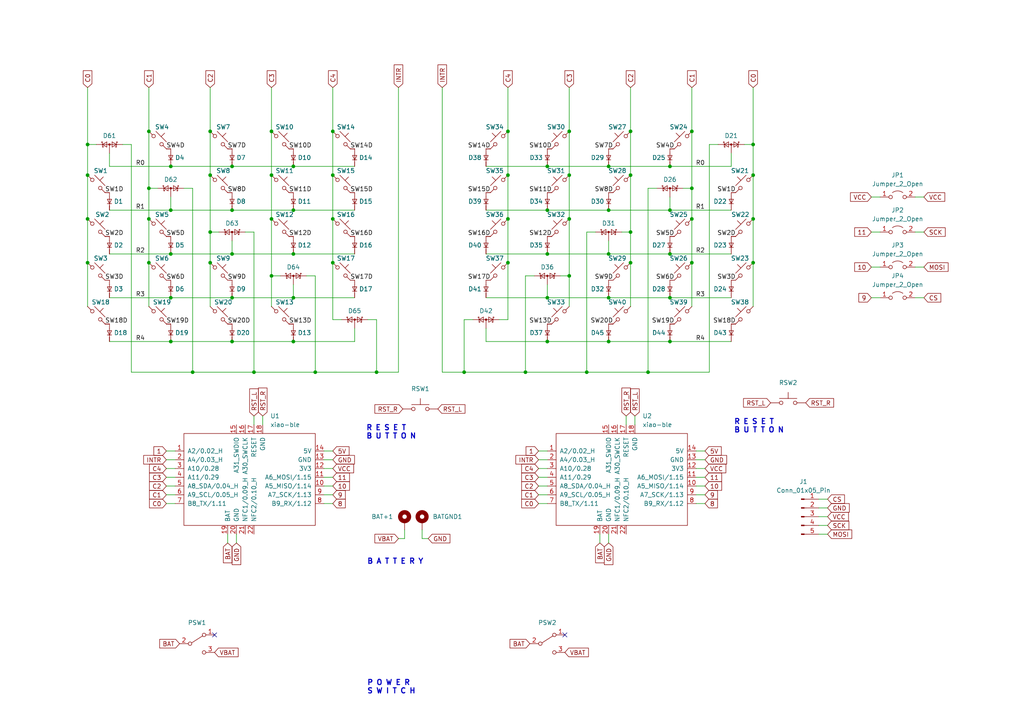
<source format=kicad_sch>
(kicad_sch (version 20230121) (generator eeschema)
  (paper "A4")
  (junction (at 200.66 54.61))
  (junction (at 85.09 86.36))
  (junction (at 182.88 50.8))
  (junction (at 25.4 41.91))
  (junction (at 187.96 107.95))
  (junction (at 134.62 107.95))
  (junction (at 152.4 107.95))
  (junction (at 158.75 60.96))
  (junction (at 165.1 50.8))
  (junction (at 60.96 50.8))
  (junction (at 85.09 60.96))
  (junction (at 25.4 63.5))
  (junction (at 182.88 38.1))
  (junction (at 194.31 48.26))
  (junction (at 43.18 54.61))
  (junction (at 43.18 76.2))
  (junction (at 60.96 76.2))
  (junction (at 43.18 63.5))
  (junction (at 158.75 99.06))
  (junction (at 96.52 76.2))
  (junction (at 200.66 38.1))
  (junction (at 73.66 107.95))
  (junction (at 194.31 60.96))
  (junction (at 67.31 48.26))
  (junction (at 194.31 73.66))
  (junction (at 96.52 63.5))
  (junction (at 147.32 63.5))
  (junction (at 78.74 80.01))
  (junction (at 165.1 38.1))
  (junction (at 158.75 48.26))
  (junction (at 147.32 38.1))
  (junction (at 85.09 99.06))
  (junction (at 218.44 76.2))
  (junction (at 176.53 48.26))
  (junction (at 43.18 38.1))
  (junction (at 218.44 41.91))
  (junction (at 200.66 76.2))
  (junction (at 109.22 107.95))
  (junction (at 158.75 73.66))
  (junction (at 176.53 73.66))
  (junction (at 49.53 73.66))
  (junction (at 49.53 60.96))
  (junction (at 147.32 50.8))
  (junction (at 85.09 73.66))
  (junction (at 55.88 107.95))
  (junction (at 176.53 86.36))
  (junction (at 49.53 86.36))
  (junction (at 165.1 80.01))
  (junction (at 182.88 67.31))
  (junction (at 78.74 63.5))
  (junction (at 60.96 67.31))
  (junction (at 67.31 73.66))
  (junction (at 194.31 99.06))
  (junction (at 85.09 48.26))
  (junction (at 176.53 60.96))
  (junction (at 49.53 48.26))
  (junction (at 194.31 86.36))
  (junction (at 67.31 86.36))
  (junction (at 96.52 38.1))
  (junction (at 67.31 99.06))
  (junction (at 91.44 107.95))
  (junction (at 218.44 63.5))
  (junction (at 67.31 60.96))
  (junction (at 60.96 38.1))
  (junction (at 170.18 107.95))
  (junction (at 165.1 63.5))
  (junction (at 49.53 99.06))
  (junction (at 158.75 86.36))
  (junction (at 182.88 76.2))
  (junction (at 78.74 50.8))
  (junction (at 147.32 76.2))
  (junction (at 25.4 50.8))
  (junction (at 218.44 50.8))
  (junction (at 78.74 38.1))
  (junction (at 200.66 63.5))
  (junction (at 25.4 76.2))
  (junction (at 176.53 99.06))
  (junction (at 96.52 50.8))
  (no_connect (at 62.23 184.15))
  (no_connect (at 163.83 184.15))
  (wire (pts (xy 204.47 143.51) (xy 201.93 143.51)))
  (wire (pts (xy 66.04 157.48) (xy 66.04 154.94)))
  (wire (pts (xy 48.26 146.05) (xy 50.8 146.05)))
  (wire (pts (xy 25.4 76.2) (xy 25.4 88.9)))
  (wire (pts (xy 204.47 130.81) (xy 201.93 130.81)))
  (wire (pts (xy 176.53 86.36) (xy 158.75 86.36)))
  (wire (pts (xy 156.21 138.43) (xy 158.75 138.43)))
  (wire (pts (xy 49.53 48.26) (xy 67.31 48.26)))
  (wire (pts (xy 96.52 38.1) (xy 96.52 50.8)))
  (wire (pts (xy 85.09 86.36) (xy 102.87 86.36)))
  (wire (pts (xy 73.66 107.95) (xy 91.44 107.95)))
  (wire (pts (xy 240.03 154.94) (xy 237.49 154.94)))
  (wire (pts (xy 60.96 76.2) (xy 60.96 88.9)))
  (wire (pts (xy 60.96 50.8) (xy 60.96 67.31)))
  (wire (pts (xy 67.31 48.26) (xy 85.09 48.26)))
  (wire (pts (xy 43.18 54.61) (xy 45.72 54.61)))
  (wire (pts (xy 55.88 107.95) (xy 73.66 107.95)))
  (wire (pts (xy 194.31 57.15) (xy 194.31 60.96)))
  (wire (pts (xy 128.27 107.95) (xy 134.62 107.95)))
  (wire (pts (xy 96.52 138.43) (xy 93.98 138.43)))
  (wire (pts (xy 25.4 25.4) (xy 25.4 41.91)))
  (wire (pts (xy 200.66 54.61) (xy 200.66 63.5)))
  (wire (pts (xy 96.52 135.89) (xy 93.98 135.89)))
  (wire (pts (xy 31.75 48.26) (xy 49.53 48.26)))
  (wire (pts (xy 184.15 120.65) (xy 184.15 123.19)))
  (wire (pts (xy 182.88 38.1) (xy 182.88 50.8)))
  (wire (pts (xy 31.75 99.06) (xy 49.53 99.06)))
  (wire (pts (xy 109.22 107.95) (xy 115.57 107.95)))
  (wire (pts (xy 147.32 25.4) (xy 147.32 38.1)))
  (wire (pts (xy 134.62 92.71) (xy 137.16 92.71)))
  (wire (pts (xy 187.96 54.61) (xy 190.5 54.61)))
  (wire (pts (xy 204.47 138.43) (xy 201.93 138.43)))
  (wire (pts (xy 78.74 80.01) (xy 78.74 88.9)))
  (wire (pts (xy 43.18 38.1) (xy 43.18 54.61)))
  (wire (pts (xy 147.32 38.1) (xy 147.32 50.8)))
  (wire (pts (xy 25.4 63.5) (xy 25.4 76.2)))
  (wire (pts (xy 48.26 133.35) (xy 50.8 133.35)))
  (wire (pts (xy 218.44 41.91) (xy 218.44 50.8)))
  (wire (pts (xy 60.96 67.31) (xy 63.5 67.31)))
  (wire (pts (xy 68.58 157.48) (xy 68.58 154.94)))
  (wire (pts (xy 170.18 67.31) (xy 170.18 107.95)))
  (wire (pts (xy 152.4 80.01) (xy 154.94 80.01)))
  (wire (pts (xy 252.73 77.47) (xy 255.27 77.47)))
  (wire (pts (xy 49.53 57.15) (xy 49.53 60.96)))
  (wire (pts (xy 152.4 80.01) (xy 152.4 107.95)))
  (wire (pts (xy 194.31 48.26) (xy 212.09 48.26)))
  (wire (pts (xy 85.09 82.55) (xy 85.09 86.36)))
  (wire (pts (xy 176.53 73.66) (xy 158.75 73.66)))
  (wire (pts (xy 152.4 107.95) (xy 170.18 107.95)))
  (wire (pts (xy 48.26 140.97) (xy 50.8 140.97)))
  (wire (pts (xy 194.31 73.66) (xy 176.53 73.66)))
  (wire (pts (xy 170.18 67.31) (xy 172.72 67.31)))
  (wire (pts (xy 96.52 63.5) (xy 96.52 76.2)))
  (wire (pts (xy 200.66 25.4) (xy 200.66 38.1)))
  (wire (pts (xy 76.2 120.65) (xy 76.2 123.19)))
  (wire (pts (xy 48.26 135.89) (xy 50.8 135.89)))
  (wire (pts (xy 156.21 140.97) (xy 158.75 140.97)))
  (wire (pts (xy 96.52 76.2) (xy 96.52 92.71)))
  (wire (pts (xy 48.26 130.81) (xy 50.8 130.81)))
  (wire (pts (xy 165.1 38.1) (xy 165.1 50.8)))
  (wire (pts (xy 158.75 82.55) (xy 158.75 86.36)))
  (wire (pts (xy 67.31 69.85) (xy 67.31 73.66)))
  (wire (pts (xy 78.74 38.1) (xy 78.74 50.8)))
  (wire (pts (xy 96.52 143.51) (xy 93.98 143.51)))
  (wire (pts (xy 140.97 95.25) (xy 140.97 99.06)))
  (wire (pts (xy 48.26 138.43) (xy 50.8 138.43)))
  (wire (pts (xy 43.18 54.61) (xy 43.18 63.5)))
  (wire (pts (xy 91.44 80.01) (xy 91.44 107.95)))
  (wire (pts (xy 78.74 50.8) (xy 78.74 63.5)))
  (wire (pts (xy 252.73 57.15) (xy 255.27 57.15)))
  (wire (pts (xy 200.66 38.1) (xy 200.66 54.61)))
  (wire (pts (xy 218.44 41.91) (xy 215.9 41.91)))
  (wire (pts (xy 67.31 86.36) (xy 85.09 86.36)))
  (wire (pts (xy 134.62 107.95) (xy 152.4 107.95)))
  (wire (pts (xy 170.18 107.95) (xy 187.96 107.95)))
  (wire (pts (xy 85.09 60.96) (xy 102.87 60.96)))
  (wire (pts (xy 49.53 99.06) (xy 67.31 99.06)))
  (wire (pts (xy 165.1 25.4) (xy 165.1 38.1)))
  (wire (pts (xy 165.1 50.8) (xy 165.1 63.5)))
  (wire (pts (xy 194.31 73.66) (xy 212.09 73.66)))
  (wire (pts (xy 128.27 25.4) (xy 128.27 107.95)))
  (wire (pts (xy 85.09 99.06) (xy 102.87 99.06)))
  (wire (pts (xy 200.66 54.61) (xy 198.12 54.61)))
  (wire (pts (xy 38.1 107.95) (xy 55.88 107.95)))
  (wire (pts (xy 96.52 130.81) (xy 93.98 130.81)))
  (wire (pts (xy 176.53 60.96) (xy 158.75 60.96)))
  (wire (pts (xy 165.1 80.01) (xy 165.1 88.9)))
  (wire (pts (xy 38.1 41.91) (xy 35.56 41.91)))
  (wire (pts (xy 96.52 140.97) (xy 93.98 140.97)))
  (wire (pts (xy 49.53 86.36) (xy 67.31 86.36)))
  (wire (pts (xy 147.32 92.71) (xy 144.78 92.71)))
  (wire (pts (xy 73.66 120.65) (xy 73.66 123.19)))
  (wire (pts (xy 140.97 48.26) (xy 158.75 48.26)))
  (wire (pts (xy 181.61 120.65) (xy 181.61 123.19)))
  (wire (pts (xy 55.88 54.61) (xy 55.88 107.95)))
  (wire (pts (xy 240.03 149.86) (xy 237.49 149.86)))
  (wire (pts (xy 96.52 50.8) (xy 96.52 63.5)))
  (wire (pts (xy 156.21 143.51) (xy 158.75 143.51)))
  (wire (pts (xy 187.96 107.95) (xy 205.74 107.95)))
  (wire (pts (xy 205.74 41.91) (xy 208.28 41.91)))
  (wire (pts (xy 49.53 73.66) (xy 67.31 73.66)))
  (wire (pts (xy 158.75 99.06) (xy 176.53 99.06)))
  (wire (pts (xy 176.53 99.06) (xy 194.31 99.06)))
  (wire (pts (xy 147.32 50.8) (xy 147.32 63.5)))
  (wire (pts (xy 156.21 133.35) (xy 158.75 133.35)))
  (wire (pts (xy 73.66 67.31) (xy 71.12 67.31)))
  (wire (pts (xy 265.43 77.47) (xy 267.97 77.47)))
  (wire (pts (xy 134.62 92.71) (xy 134.62 107.95)))
  (wire (pts (xy 218.44 76.2) (xy 218.44 88.9)))
  (wire (pts (xy 43.18 63.5) (xy 43.18 76.2)))
  (wire (pts (xy 117.348 156.21) (xy 117.348 153.67)))
  (wire (pts (xy 265.43 67.31) (xy 267.97 67.31)))
  (wire (pts (xy 204.47 133.35) (xy 201.93 133.35)))
  (wire (pts (xy 78.74 80.01) (xy 81.28 80.01)))
  (wire (pts (xy 156.21 146.05) (xy 158.75 146.05)))
  (wire (pts (xy 204.47 140.97) (xy 201.93 140.97)))
  (wire (pts (xy 91.44 80.01) (xy 88.9 80.01)))
  (wire (pts (xy 140.97 99.06) (xy 158.75 99.06)))
  (wire (pts (xy 96.52 25.4) (xy 96.52 38.1)))
  (wire (pts (xy 96.52 92.71) (xy 99.06 92.71)))
  (wire (pts (xy 25.4 41.91) (xy 25.4 50.8)))
  (wire (pts (xy 67.31 60.96) (xy 85.09 60.96)))
  (wire (pts (xy 252.73 67.31) (xy 255.27 67.31)))
  (wire (pts (xy 48.26 143.51) (xy 50.8 143.51)))
  (wire (pts (xy 78.74 63.5) (xy 78.74 80.01)))
  (wire (pts (xy 102.87 95.25) (xy 102.87 99.06)))
  (wire (pts (xy 194.31 86.36) (xy 212.09 86.36)))
  (wire (pts (xy 85.09 73.66) (xy 102.87 73.66)))
  (wire (pts (xy 267.97 86.36) (xy 265.43 86.36)))
  (wire (pts (xy 156.21 130.81) (xy 158.75 130.81)))
  (wire (pts (xy 158.75 86.36) (xy 140.97 86.36)))
  (wire (pts (xy 165.1 63.5) (xy 165.1 80.01)))
  (wire (pts (xy 194.31 60.96) (xy 212.09 60.96)))
  (wire (pts (xy 96.52 146.05) (xy 93.98 146.05)))
  (wire (pts (xy 205.74 41.91) (xy 205.74 107.95)))
  (wire (pts (xy 115.57 25.4) (xy 115.57 107.95)))
  (wire (pts (xy 122.428 153.67) (xy 122.428 156.21)))
  (wire (pts (xy 173.99 157.48) (xy 173.99 154.94)))
  (wire (pts (xy 194.31 86.36) (xy 176.53 86.36)))
  (wire (pts (xy 25.4 50.8) (xy 25.4 63.5)))
  (wire (pts (xy 109.22 92.71) (xy 109.22 107.95)))
  (wire (pts (xy 240.03 147.32) (xy 237.49 147.32)))
  (wire (pts (xy 182.88 67.31) (xy 180.34 67.31)))
  (wire (pts (xy 43.18 76.2) (xy 43.18 88.9)))
  (wire (pts (xy 67.31 73.66) (xy 85.09 73.66)))
  (wire (pts (xy 31.75 73.66) (xy 49.53 73.66)))
  (wire (pts (xy 122.428 156.21) (xy 124.206 156.21)))
  (wire (pts (xy 204.47 146.05) (xy 201.93 146.05)))
  (wire (pts (xy 240.03 144.78) (xy 237.49 144.78)))
  (wire (pts (xy 25.4 41.91) (xy 27.94 41.91)))
  (wire (pts (xy 38.1 41.91) (xy 38.1 107.95)))
  (wire (pts (xy 218.44 50.8) (xy 218.44 63.5)))
  (wire (pts (xy 147.32 76.2) (xy 147.32 92.71)))
  (wire (pts (xy 85.09 48.26) (xy 102.87 48.26)))
  (wire (pts (xy 73.66 67.31) (xy 73.66 107.95)))
  (wire (pts (xy 267.97 57.15) (xy 265.43 57.15)))
  (wire (pts (xy 31.75 86.36) (xy 49.53 86.36)))
  (wire (pts (xy 31.75 44.45) (xy 31.75 48.26)))
  (wire (pts (xy 147.32 63.5) (xy 147.32 76.2)))
  (wire (pts (xy 78.74 25.4) (xy 78.74 38.1)))
  (wire (pts (xy 55.88 54.61) (xy 53.34 54.61)))
  (wire (pts (xy 182.88 50.8) (xy 182.88 67.31)))
  (wire (pts (xy 60.96 67.31) (xy 60.96 76.2)))
  (wire (pts (xy 194.31 99.06) (xy 212.09 99.06)))
  (wire (pts (xy 240.03 152.4) (xy 237.49 152.4)))
  (wire (pts (xy 158.75 73.66) (xy 140.97 73.66)))
  (wire (pts (xy 194.31 60.96) (xy 176.53 60.96)))
  (wire (pts (xy 252.73 86.36) (xy 255.27 86.36)))
  (wire (pts (xy 96.52 133.35) (xy 93.98 133.35)))
  (wire (pts (xy 182.88 67.31) (xy 182.88 76.2)))
  (wire (pts (xy 49.53 60.96) (xy 67.31 60.96)))
  (wire (pts (xy 31.75 60.96) (xy 49.53 60.96)))
  (wire (pts (xy 182.88 25.4) (xy 182.88 38.1)))
  (wire (pts (xy 200.66 76.2) (xy 200.66 88.9)))
  (wire (pts (xy 176.53 48.26) (xy 194.31 48.26)))
  (wire (pts (xy 109.22 92.71) (xy 106.68 92.71)))
  (wire (pts (xy 182.88 76.2) (xy 182.88 88.9)))
  (wire (pts (xy 187.96 54.61) (xy 187.96 107.95)))
  (wire (pts (xy 158.75 60.96) (xy 140.97 60.96)))
  (wire (pts (xy 43.18 25.4) (xy 43.18 38.1)))
  (wire (pts (xy 218.44 25.4) (xy 218.44 41.91)))
  (wire (pts (xy 115.57 156.21) (xy 117.348 156.21)))
  (wire (pts (xy 67.31 99.06) (xy 85.09 99.06)))
  (wire (pts (xy 218.44 63.5) (xy 218.44 76.2)))
  (wire (pts (xy 91.44 107.95) (xy 109.22 107.95)))
  (wire (pts (xy 60.96 25.4) (xy 60.96 38.1)))
  (wire (pts (xy 156.21 135.89) (xy 158.75 135.89)))
  (wire (pts (xy 165.1 80.01) (xy 162.56 80.01)))
  (wire (pts (xy 158.75 48.26) (xy 176.53 48.26)))
  (wire (pts (xy 200.66 63.5) (xy 200.66 76.2)))
  (wire (pts (xy 176.53 157.48) (xy 176.53 154.94)))
  (wire (pts (xy 176.53 69.85) (xy 176.53 73.66)))
  (wire (pts (xy 212.09 44.45) (xy 212.09 48.26)))
  (wire (pts (xy 60.96 38.1) (xy 60.96 50.8)))
  (wire (pts (xy 204.47 135.89) (xy 201.93 135.89)))
  (text "P O W E R\nS W I T C H" (at 106.426 201.422 0) (effects (font (size 1.5 1.5) (thickness 0.3) bold) (justify left bottom)))
  (text "B A T T E R Y" (at 106.426 163.83 0) (effects (font (size 1.5 1.5) (thickness 0.3) bold) (justify left bottom)))
  (text "R E S E T \nB U T T O N" (at 106.172 127.508 0) (effects (font (size 1.5 1.5) (thickness 0.3) bold) (justify left bottom)))
  (text "R E S E T \nB U T T O N" (at 212.852 125.73 0) (effects (font (size 1.5 1.5) (thickness 0.3) bold) (justify left bottom)))
  (label "SW11D" (at 83.82 55.88 0))
  (label "SW3D" (at 30.48 81.28 0))
  (label "R2" (at 39.37 73.66 0))
  (label "SW20D" (at 177.8 93.98 180))
  (label "SW13D" (at 160.02 93.98 180))
  (label "SW4D" (at 195.58 43.18 180))
  (label "SW7D" (at 177.8 43.18 180))
  (label "SW12D" (at 160.02 68.58 180))
  (label "SW19D" (at 48.26 93.98 0))
  (label "SW1D" (at 213.36 55.88 180))
  (label "R1" (at 39.37 60.96 0))
  (label "SW10D" (at 83.82 43.18 0))
  (label "SW18D" (at 213.36 93.98 180))
  (label "SW14D" (at 142.24 43.18 180))
  (label "SW7D" (at 66.04 43.18 0))
  (label "SW9D" (at 177.8 81.28 180))
  (label "SW18D" (at 30.48 93.98 0))
  (label "SW4D" (at 48.26 43.18 0))
  (label "SW3D" (at 213.36 81.28 180))
  (label "SW17D" (at 101.6 81.28 0))
  (label "SW2D" (at 213.36 68.58 180))
  (label "R0" (at 204.47 48.26 180))
  (label "SW11D" (at 160.02 55.88 180))
  (label "SW19D" (at 195.58 93.98 180))
  (label "SW20D" (at 66.04 93.98 0))
  (label "SW15D" (at 142.24 55.88 180))
  (label "R1" (at 204.47 60.96 180))
  (label "R4" (at 204.47 99.06 180))
  (label "SW12D" (at 83.82 68.58 0))
  (label "SW6D" (at 48.26 81.28 0))
  (label "SW16D" (at 142.24 68.58 180))
  (label "SW5D" (at 195.58 68.58 180))
  (label "R3" (at 204.47 86.36 180))
  (label "SW8D" (at 177.8 55.88 180))
  (label "SW13D" (at 83.82 93.98 0))
  (label "R2" (at 204.47 73.66 180))
  (label "SW8D" (at 66.04 55.88 0))
  (label "R4" (at 39.37 99.06 0))
  (label "SW15D" (at 101.6 55.88 0))
  (label "SW5D" (at 48.26 68.58 0))
  (label "R0" (at 39.37 48.26 0))
  (label "SW1D" (at 30.48 55.88 0))
  (label "SW17D" (at 142.24 81.28 180))
  (label "SW9D" (at 66.04 81.28 0))
  (label "SW2D" (at 30.48 68.58 0))
  (label "SW14D" (at 101.6 43.18 0))
  (label "SW6D" (at 195.58 81.28 180))
  (label "R3" (at 39.37 86.36 0))
  (label "SW10D" (at 160.02 43.18 180))
  (label "SW16D" (at 101.6 68.58 0))
  (global_label "9" (shape input) (at 204.47 143.51 0) (property "Intersheetrefs" "${INTERSHEET_REFS}" (effects hide)))
  (global_label "VBAT" (shape input) (at 62.23 189.23 0) (property "Intersheetrefs" "${INTERSHEET_REFS}" (effects hide)))
  (global_label "GND" (shape input) (at 176.53 157.48 270) (property "Intersheetrefs" "${INTERSHEET_REFS}" (effects hide)))
  (global_label "INTR" (shape input) (at 115.57 25.4 90) (property "Intersheetrefs" "${INTERSHEET_REFS}" (effects hide)))
  (global_label "1" (shape input) (at 156.21 130.81 180) (property "Intersheetrefs" "${INTERSHEET_REFS}" (effects hide)))
  (global_label "BAT" (shape input) (at 52.07 186.69 180) (property "Intersheetrefs" "${INTERSHEET_REFS}" (effects hide)))
  (global_label "GND" (shape input) (at 240.03 147.32 0) (property "Intersheetrefs" "${INTERSHEET_REFS}" (effects hide)))
  (global_label "GND" (shape input) (at 204.47 133.35 0) (property "Intersheetrefs" "${INTERSHEET_REFS}" (effects hide)))
  (global_label "RST_L" (shape input) (at 223.52 116.84 180) (property "Intersheetrefs" "${INTERSHEET_REFS}" (effects hide)))
  (global_label "BAT" (shape input) (at 173.99 157.48 270) (property "Intersheetrefs" "${INTERSHEET_REFS}" (effects hide)))
  (global_label "GND" (shape input) (at 124.206 156.21 0) (property "Intersheetrefs" "${INTERSHEET_REFS}" (effects hide)))
  (global_label "BAT" (shape input) (at 153.67 186.69 180) (property "Intersheetrefs" "${INTERSHEET_REFS}" (effects hide)))
  (global_label "C4" (shape input) (at 147.32 25.4 90) (property "Intersheetrefs" "${INTERSHEET_REFS}" (effects hide)))
  (global_label "RST_L" (shape input) (at 73.66 120.65 90) (property "Intersheetrefs" "${INTERSHEET_REFS}" (effects hide)))
  (global_label "5V" (shape input) (at 96.52 130.81 0) (property "Intersheetrefs" "${INTERSHEET_REFS}" (effects hide)))
  (global_label "11" (shape input) (at 96.52 138.43 0) (property "Intersheetrefs" "${INTERSHEET_REFS}" (effects hide)))
  (global_label "CS" (shape input) (at 267.97 86.36 0) (property "Intersheetrefs" "${INTERSHEET_REFS}" (effects hide)))
  (global_label "CS" (shape input) (at 240.03 144.78 0) (property "Intersheetrefs" "${INTERSHEET_REFS}" (effects hide)))
  (global_label "VCC" (shape input) (at 96.52 135.89 0) (property "Intersheetrefs" "${INTERSHEET_REFS}" (effects hide)))
  (global_label "C2" (shape input) (at 48.26 140.97 180) (property "Intersheetrefs" "${INTERSHEET_REFS}" (effects hide)))
  (global_label "8" (shape input) (at 96.52 146.05 0) (property "Intersheetrefs" "${INTERSHEET_REFS}" (effects hide)))
  (global_label "C0" (shape input) (at 48.26 146.05 180) (property "Intersheetrefs" "${INTERSHEET_REFS}" (effects hide)))
  (global_label "RST_R" (shape input) (at 116.84 118.618 180) (property "Intersheetrefs" "${INTERSHEET_REFS}" (effects hide)))
  (global_label "10" (shape input) (at 204.47 140.97 0) (property "Intersheetrefs" "${INTERSHEET_REFS}" (effects hide)))
  (global_label "INTR" (shape input) (at 128.27 25.4 90) (property "Intersheetrefs" "${INTERSHEET_REFS}" (effects hide)))
  (global_label "1" (shape input) (at 48.26 130.81 180) (property "Intersheetrefs" "${INTERSHEET_REFS}" (effects hide)))
  (global_label "C3" (shape input) (at 156.21 138.43 180) (property "Intersheetrefs" "${INTERSHEET_REFS}" (effects hide)))
  (global_label "VBAT" (shape input) (at 115.57 156.21 180) (property "Intersheetrefs" "${INTERSHEET_REFS}" (effects hide)))
  (global_label "C3" (shape input) (at 78.74 25.4 90) (property "Intersheetrefs" "${INTERSHEET_REFS}" (effects hide)))
  (global_label "VCC" (shape input) (at 252.73 57.15 180) (property "Intersheetrefs" "${INTERSHEET_REFS}" (effects hide)))
  (global_label "GND" (shape input) (at 96.52 133.35 0) (property "Intersheetrefs" "${INTERSHEET_REFS}" (effects hide)))
  (global_label "C0" (shape input) (at 25.4 25.4 90) (property "Intersheetrefs" "${INTERSHEET_REFS}" (effects hide)))
  (global_label "RST_R" (shape input) (at 76.2 120.65 90) (property "Intersheetrefs" "${INTERSHEET_REFS}" (effects hide)))
  (global_label "RST_R" (shape input) (at 181.61 120.65 90) (property "Intersheetrefs" "${INTERSHEET_REFS}" (effects hide)))
  (global_label "INTR" (shape input) (at 48.26 133.35 180) (property "Intersheetrefs" "${INTERSHEET_REFS}" (effects hide)))
  (global_label "VBAT" (shape input) (at 163.83 189.23 0) (property "Intersheetrefs" "${INTERSHEET_REFS}" (effects hide)))
  (global_label "BAT" (shape input) (at 66.04 157.48 270) (property "Intersheetrefs" "${INTERSHEET_REFS}" (effects hide)))
  (global_label "C0" (shape input) (at 218.44 25.4 90) (property "Intersheetrefs" "${INTERSHEET_REFS}" (effects hide)))
  (global_label "VCC" (shape input) (at 267.97 57.15 0) (property "Intersheetrefs" "${INTERSHEET_REFS}" (effects hide)))
  (global_label "C3" (shape input) (at 165.1 25.4 90) (property "Intersheetrefs" "${INTERSHEET_REFS}" (effects hide)))
  (global_label "C4" (shape input) (at 96.52 25.4 90) (property "Intersheetrefs" "${INTERSHEET_REFS}" (effects hide)))
  (global_label "C0" (shape input) (at 156.21 146.05 180) (property "Intersheetrefs" "${INTERSHEET_REFS}" (effects hide)))
  (global_label "SCK" (shape input) (at 240.03 152.4 0) (property "Intersheetrefs" "${INTERSHEET_REFS}" (effects hide)))
  (global_label "C4" (shape input) (at 48.26 135.89 180) (property "Intersheetrefs" "${INTERSHEET_REFS}" (effects hide)))
  (global_label "VCC" (shape input) (at 204.47 135.89 0) (property "Intersheetrefs" "${INTERSHEET_REFS}" (effects hide)))
  (global_label "11" (shape input) (at 204.47 138.43 0) (property "Intersheetrefs" "${INTERSHEET_REFS}" (effects hide)))
  (global_label "C2" (shape input) (at 182.88 25.4 90) (property "Intersheetrefs" "${INTERSHEET_REFS}" (effects hide)))
  (global_label "9" (shape input) (at 96.52 143.51 0) (property "Intersheetrefs" "${INTERSHEET_REFS}" (effects hide)))
  (global_label "RST_R" (shape input) (at 233.68 116.84 0) (property "Intersheetrefs" "${INTERSHEET_REFS}" (effects hide)))
  (global_label "C1" (shape input) (at 200.66 25.4 90) (property "Intersheetrefs" "${INTERSHEET_REFS}" (effects hide)))
  (global_label "8" (shape input) (at 204.47 146.05 0) (property "Intersheetrefs" "${INTERSHEET_REFS}" (effects hide)))
  (global_label "C1" (shape input) (at 156.21 143.51 180) (property "Intersheetrefs" "${INTERSHEET_REFS}" (effects hide)))
  (global_label "C3" (shape input) (at 48.26 138.43 180) (property "Intersheetrefs" "${INTERSHEET_REFS}" (effects hide)))
  (global_label "C2" (shape input) (at 60.96 25.4 90) (property "Intersheetrefs" "${INTERSHEET_REFS}" (effects hide)))
  (global_label "RST_L" (shape input) (at 184.15 120.65 90) (property "Intersheetrefs" "${INTERSHEET_REFS}" (effects hide)))
  (global_label "C1" (shape input) (at 43.18 25.4 90) (property "Intersheetrefs" "${INTERSHEET_REFS}" (effects hide)))
  (global_label "SCK" (shape input) (at 267.97 67.31 0) (property "Intersheetrefs" "${INTERSHEET_REFS}" (effects hide)))
  (global_label "GND" (shape input) (at 68.58 157.48 270) (property "Intersheetrefs" "${INTERSHEET_REFS}" (effects hide)))
  (global_label "VCC" (shape input) (at 240.03 149.86 0) (property "Intersheetrefs" "${INTERSHEET_REFS}" (effects hide)))
  (global_label "10" (shape input) (at 96.52 140.97 0) (property "Intersheetrefs" "${INTERSHEET_REFS}" (effects hide)))
  (global_label "MOSI" (shape input) (at 267.97 77.47 0) (property "Intersheetrefs" "${INTERSHEET_REFS}" (effects hide)))
  (global_label "11" (shape input) (at 252.73 67.31 180) (property "Intersheetrefs" "${INTERSHEET_REFS}" (effects hide)))
  (global_label "INTR" (shape input) (at 156.21 133.35 180) (property "Intersheetrefs" "${INTERSHEET_REFS}" (effects hide)))
  (global_label "5V" (shape input) (at 204.47 130.81 0) (property "Intersheetrefs" "${INTERSHEET_REFS}" (effects hide)))
  (global_label "RST_L" (shape input) (at 127 118.618 0) (property "Intersheetrefs" "${INTERSHEET_REFS}" (effects hide)))
  (global_label "MOSI" (shape input) (at 240.03 154.94 0) (property "Intersheetrefs" "${INTERSHEET_REFS}" (effects hide)))
  (global_label "10" (shape input) (at 252.73 77.47 180) (property "Intersheetrefs" "${INTERSHEET_REFS}" (effects hide)))
  (global_label "9" (shape input) (at 252.73 86.36 180) (property "Intersheetrefs" "${INTERSHEET_REFS}" (effects hide)))
  (global_label "C2" (shape input) (at 156.21 140.97 180) (property "Intersheetrefs" "${INTERSHEET_REFS}" (effects hide)))
  (global_label "C4" (shape input) (at 156.21 135.89 180) (property "Intersheetrefs" "${INTERSHEET_REFS}" (effects hide)))
  (global_label "C1" (shape input) (at 48.26 143.51 180) (property "Intersheetrefs" "${INTERSHEET_REFS}" (effects hide)))
  (symbol (lib_id "Custom_Symbols:1N4148W") (at 158.75 71.12 270) (mirror x) (unit 1)
    (property "Reference" "D35" (at 157.48 71.12 90) (effects (justify right)))
    (property "Value" "1N4148W" (effects hide))
    (property "Footprint" "Diode_SMD:D_SOD-123" (effects hide))
    (property "Datasheet" "https://www.vishay.com/docs/85748/1n4148w.pdf" (effects hide))
    (property "Sim.Pins" "1=K 2=A" (effects hide))
    (property "Sim.Device" "D" (effects hide))
  )
  (symbol (lib_id "Switch:SW_Push_45deg") (at 45.72 40.64 0) (unit 1)
    (property "Reference" "SW4" (at 46.99 36.83 0))
    (property "Value" "SW_Push_45deg" (effects hide))
    (property "Footprint" "Custom_Footprints:SW_Hotswap_Kailh_Choc_V1V2" (effects hide))
  )
  (symbol (lib_id "Custom_Symbols:1N4148W") (at 140.97 71.12 270) (mirror x) (unit 1)
    (property "Reference" "D40" (at 139.7 71.12 90) (effects (justify right)))
    (property "Value" "1N4148W" (effects hide))
    (property "Footprint" "Diode_SMD:D_SOD-123" (effects hide))
    (property "Datasheet" "https://www.vishay.com/docs/85748/1n4148w.pdf" (effects hide))
    (property "Sim.Pins" "1=K 2=A" (effects hide))
    (property "Sim.Device" "D" (effects hide))
  )
  (symbol (lib_id "Custom_Symbols:1N4148W") (at 67.31 58.42 90) (unit 1)
    (property "Reference" "D8" (at 68.58 58.42 90) (effects (justify right)))
    (property "Value" "1N4148W" (effects hide))
    (property "Footprint" "Diode_SMD:D_SOD-123" (effects hide))
    (property "Datasheet" "https://www.vishay.com/docs/85748/1n4148w.pdf" (effects hide))
    (property "Sim.Pins" "1=K 2=A" (effects hide))
    (property "Sim.Device" "D" (effects hide))
  )
  (symbol (lib_id "Custom_Symbols:1N4148W") (at 212.09 96.52 270) (mirror x) (unit 1)
    (property "Reference" "D43" (at 210.82 96.52 90) (effects (justify right)))
    (property "Value" "1N4148W" (effects hide))
    (property "Footprint" "Diode_SMD:D_SOD-123" (effects hide))
    (property "Datasheet" "https://www.vishay.com/docs/85748/1n4148w.pdf" (effects hide))
    (property "Sim.Pins" "1=K 2=A" (effects hide))
    (property "Sim.Device" "D" (effects hide))
  )
  (symbol (lib_id "Switch:SW_Push_45deg") (at 99.06 78.74 0) (unit 1)
    (property "Reference" "SW17" (at 100.33 74.93 0))
    (property "Value" "SW_Push_45deg" (effects hide))
    (property "Footprint" "Custom_Footprints:SW_Hotswap_Kailh_Choc_V1V2" (effects hide))
  )
  (symbol (lib_id "Custom_Symbols:1N4148W") (at 140.97 45.72 270) (mirror x) (unit 1)
    (property "Reference" "D38" (at 139.7 45.72 90) (effects (justify right)))
    (property "Value" "1N4148W" (effects hide))
    (property "Footprint" "Diode_SMD:D_SOD-123" (effects hide))
    (property "Datasheet" "https://www.vishay.com/docs/85748/1n4148w.pdf" (effects hide))
    (property "Sim.Pins" "1=K 2=A" (effects hide))
    (property "Sim.Device" "D" (effects hide))
  )
  (symbol (lib_id "Switch:SW_Push_45deg") (at 27.94 53.34 0) (unit 1)
    (property "Reference" "SW1" (at 29.21 49.53 0))
    (property "Value" "SW_Push_45deg" (effects hide))
    (property "Footprint" "Custom_Footprints:SW_Hotswap_Kailh_Choc_V1V2" (effects hide))
  )
  (symbol (lib_id "Custom_Symbols:1N4148W") (at 212.09 71.12 270) (mirror x) (unit 1)
    (property "Reference" "D23" (at 210.82 71.12 90) (effects (justify right)))
    (property "Value" "1N4148W" (effects hide))
    (property "Footprint" "Diode_SMD:D_SOD-123" (effects hide))
    (property "Datasheet" "https://www.vishay.com/docs/85748/1n4148w.pdf" (effects hide))
    (property "Sim.Pins" "1=K 2=A" (effects hide))
    (property "Sim.Device" "D" (effects hide))
  )
  (symbol (lib_id "Switch:SW_Push_45deg") (at 63.5 91.44 0) (unit 1)
    (property "Reference" "SW20" (at 64.77 87.63 0))
    (property "Value" "SW_Push_45deg" (effects hide))
    (property "Footprint" "Custom_Footprints:SW_Hotswap_Kailh_Choc_V1V2" (effects hide))
  )
  (symbol (lib_id "Switch:SW_Push_45deg") (at 198.12 78.74 0) (mirror y) (unit 1)
    (property "Reference" "SW26" (at 196.85 74.93 0))
    (property "Value" "SW_Push_45deg" (effects hide))
    (property "Footprint" "Custom_Footprints:SW_Hotswap_Kailh_Choc_V1V2" (effects hide))
  )
  (symbol (lib_id "Switch:SW_Push_45deg") (at 215.9 66.04 0) (mirror y) (unit 1)
    (property "Reference" "SW22" (at 212.09 62.23 0) (effects (justify right)))
    (property "Footprint" "Custom_Footprints:SW_Hotswap_Kailh_Choc_V1V2" (effects hide))
  )
  (symbol (lib_id "mcu:xiao-ble") (at 72.39 138.43 0) (unit 1)
    (property "Reference" "U1" (at 78.3941 120.65 0) (effects (justify left)))
    (property "Value" "xiao-ble" (at 78.3941 123.19 0) (effects (justify left)))
    (property "Footprint" "mcu:xiao-ble-smd-cutout" (effects hide))
  )
  (symbol (lib_id "Custom_Symbols:1N4148W") (at 194.31 71.12 270) (mirror x) (unit 1)
    (property "Reference" "D27" (at 193.04 71.12 90) (effects (justify right)))
    (property "Value" "1N4148W" (effects hide))
    (property "Footprint" "Diode_SMD:D_SOD-123" (effects hide))
    (property "Datasheet" "https://www.vishay.com/docs/85748/1n4148w.pdf" (effects hide))
    (property "Sim.Pins" "1=K 2=A" (effects hide))
    (property "Sim.Device" "D" (effects hide))
  )
  (symbol (lib_id "Switch:SW_Push_45deg") (at 99.06 66.04 0) (unit 1)
    (property "Reference" "SW16" (at 100.33 62.23 0))
    (property "Value" "SW_Push_45deg" (effects hide))
    (property "Footprint" "Custom_Footprints:SW_Hotswap_Kailh_Choc_V1V2" (effects hide))
  )
  (symbol (lib_id "Custom_Symbols:1N4148W") (at 212.09 58.42 270) (mirror x) (unit 1)
    (property "Reference" "D22" (at 210.82 58.42 90) (effects (justify right)))
    (property "Value" "1N4148W" (effects hide))
    (property "Footprint" "Diode_SMD:D_SOD-123" (effects hide))
    (property "Datasheet" "https://www.vishay.com/docs/85748/1n4148w.pdf" (effects hide))
    (property "Sim.Pins" "1=K 2=A" (effects hide))
    (property "Sim.Device" "D" (effects hide))
  )
  (symbol (lib_id "Connector:Conn_01x05_Pin") (at 232.41 149.86 0) (unit 1)
    (property "Reference" "J1" (at 233.045 139.7 0))
    (property "Value" "Conn_01x05_Pin" (at 233.045 142.24 0))
    (property "Footprint" "Custom_Footprints:nice!view" (effects hide))
  )
  (symbol (lib_id "Custom_Symbols:1N4148W") (at 176.53 96.52 270) (mirror x) (unit 1)
    (property "Reference" "D45" (at 175.26 96.52 90) (effects (justify right)))
    (property "Value" "1N4148W" (effects hide))
    (property "Footprint" "Diode_SMD:D_SOD-123" (effects hide))
    (property "Datasheet" "https://www.vishay.com/docs/85748/1n4148w.pdf" (effects hide))
    (property "Sim.Pins" "1=K 2=A" (effects hide))
    (property "Sim.Device" "D" (effects hide))
  )
  (symbol (lib_id "Custom_Symbols:1N4148W") (at 31.75 83.82 90) (unit 1)
    (property "Reference" "D3" (at 33.02 83.82 90) (effects (justify right)))
    (property "Value" "1N4148W" (effects hide))
    (property "Footprint" "Diode_SMD:D_SOD-123" (effects hide))
    (property "Datasheet" "https://www.vishay.com/docs/85748/1n4148w.pdf" (effects hide))
    (property "Sim.Pins" "1=K 2=A" (effects hide))
    (property "Sim.Device" "D" (effects hide))
  )
  (symbol (lib_id "Custom_Symbols:1N4148W") (at 102.87 58.42 90) (unit 1)
    (property "Reference" "D15" (at 104.14 58.42 90) (effects (justify right)))
    (property "Value" "1N4148W" (effects hide))
    (property "Footprint" "Diode_SMD:D_SOD-123" (effects hide))
    (property "Datasheet" "https://www.vishay.com/docs/85748/1n4148w.pdf" (effects hide))
    (property "Sim.Pins" "1=K 2=A" (effects hide))
    (property "Sim.Device" "D" (effects hide))
  )
  (symbol (lib_id "Switch:SW_Push_45deg") (at 180.34 53.34 0) (mirror y) (unit 1)
    (property "Reference" "SW28" (at 179.07 49.53 0))
    (property "Value" "SW_Push_45deg" (effects hide))
    (property "Footprint" "Custom_Footprints:SW_Hotswap_Kailh_Choc_V1V2" (effects hide))
  )
  (symbol (lib_id "Jumper:Jumper_2_Open") (at 260.35 57.15 0) (unit 1)
    (property "Reference" "JP1" (at 260.35 50.8 0))
    (property "Value" "Jumper_2_Open" (at 260.35 53.34 0))
    (property "Footprint" "Jumper:SolderJumper-2_P1.3mm_Open_TrianglePad1.0x1.5mm" (effects hide))
  )
  (symbol (lib_id "Jumper:Jumper_2_Open") (at 260.35 77.47 0) (unit 1)
    (property "Reference" "JP3" (at 260.35 71.12 0))
    (property "Value" "Jumper_2_Open" (at 260.35 73.66 0))
    (property "Footprint" "Jumper:SolderJumper-2_P1.3mm_Open_TrianglePad1.0x1.5mm" (effects hide))
  )
  (symbol (lib_id "Custom_Symbols:BAT54A") (at 140.97 92.71 0) (mirror y) (unit 1)
    (property "Reference" "D42" (at 140.97 90.17 0))
    (property "Value" "BAT54A" (effects hide))
    (property "Footprint" "Package_TO_SOT_SMD:SOT-23" (effects hide))
    (property "Datasheet" "http://www.diodes.com/_files/datasheets/ds11005.pdf" (effects hide))
  )
  (symbol (lib_id "Custom_Symbols:1N4148W") (at 176.53 83.82 270) (mirror x) (unit 1)
    (property "Reference" "D32" (at 175.26 83.82 90) (effects (justify right)))
    (property "Value" "1N4148W" (effects hide))
    (property "Footprint" "Diode_SMD:D_SOD-123" (effects hide))
    (property "Datasheet" "https://www.vishay.com/docs/85748/1n4148w.pdf" (effects hide))
    (property "Sim.Pins" "1=K 2=A" (effects hide))
    (property "Sim.Device" "D" (effects hide))
  )
  (symbol (lib_id "Custom_Symbols:BAT54A") (at 212.09 41.91 0) (mirror y) (unit 1)
    (property "Reference" "D21" (at 212.09 39.37 0))
    (property "Value" "BAT54A" (effects hide))
    (property "Footprint" "Package_TO_SOT_SMD:SOT-23" (effects hide))
    (property "Datasheet" "http://www.diodes.com/_files/datasheets/ds11005.pdf" (effects hide))
  )
  (symbol (lib_id "Custom_Symbols:1N4148W") (at 85.09 96.52 90) (unit 1)
    (property "Reference" "D13" (at 86.36 96.52 90) (effects (justify right)))
    (property "Value" "1N4148W" (effects hide))
    (property "Footprint" "Diode_SMD:D_SOD-123" (effects hide))
    (property "Datasheet" "https://www.vishay.com/docs/85748/1n4148w.pdf" (effects hide))
    (property "Sim.Pins" "1=K 2=A" (effects hide))
    (property "Sim.Device" "D" (effects hide))
  )
  (symbol (lib_id "Custom_Symbols:BAT54A") (at 176.53 67.31 0) (mirror y) (unit 1)
    (property "Reference" "D31" (at 176.53 64.77 0))
    (property "Value" "BAT54A" (effects hide))
    (property "Footprint" "Package_TO_SOT_SMD:SOT-23" (effects hide))
    (property "Datasheet" "http://www.diodes.com/_files/datasheets/ds11005.pdf" (effects hide))
  )
  (symbol (lib_id "mcu:xiao-ble") (at 180.34 138.43 0) (unit 1)
    (property "Reference" "U2" (at 186.3441 120.65 0) (effects (justify left)))
    (property "Value" "xiao-ble" (at 186.3441 123.19 0) (effects (justify left)))
    (property "Footprint" "mcu:xiao-ble-smd-cutout" (effects hide))
  )
  (symbol (lib_id "Switch:SW_Push_45deg") (at 215.9 91.44 0) (mirror y) (unit 1)
    (property "Reference" "SW38" (at 214.63 87.63 0))
    (property "Value" "SW_Push_45deg" (effects hide))
    (property "Footprint" "Custom_Footprints:SW_Hotswap_Kailh_Choc_V1V2" (effects hide))
  )
  (symbol (lib_id "Mechanical:MountingHole_Pad") (at 117.348 151.13 0) (unit 1)
    (property "Reference" "BAT+1" (at 114.046 149.86 0) (effects (justify right)))
    (property "Value" "+" (effects hide))
    (property "Footprint" "Custom_Footprints:BatteryPad" (effects hide))
  )
  (symbol (lib_id "Switch:SW_Push_45deg") (at 27.94 66.04 0) (unit 1)
    (property "Reference" "SW2" (at 31.75 62.23 0) (effects (justify right)))
    (property "Footprint" "Custom_Footprints:SW_Hotswap_Kailh_Choc_V1V2" (effects hide))
  )
  (symbol (lib_id "Custom_Symbols:BAT54A") (at 102.87 92.71 0) (unit 1)
    (property "Reference" "D65" (at 102.87 90.17 0))
    (property "Value" "BAT54A" (effects hide))
    (property "Footprint" "Package_TO_SOT_SMD:SOT-23" (effects hide))
    (property "Datasheet" "http://www.diodes.com/_files/datasheets/ds11005.pdf" (effects hide))
  )
  (symbol (lib_id "Custom_Symbols:1N4148W") (at 49.53 83.82 90) (unit 1)
    (property "Reference" "D6" (at 50.8 83.82 90) (effects (justify right)))
    (property "Value" "1N4148W" (effects hide))
    (property "Footprint" "Diode_SMD:D_SOD-123" (effects hide))
    (property "Datasheet" "https://www.vishay.com/docs/85748/1n4148w.pdf" (effects hide))
    (property "Sim.Pins" "1=K 2=A" (effects hide))
    (property "Sim.Device" "D" (effects hide))
  )
  (symbol (lib_id "Switch:SW_Push_45deg") (at 144.78 53.34 0) (mirror y) (unit 1)
    (property "Reference" "SW35" (at 143.51 49.53 0))
    (property "Value" "SW_Push_45deg" (effects hide))
    (property "Footprint" "Custom_Footprints:SW_Hotswap_Kailh_Choc_V1V2" (effects hide))
  )
  (symbol (lib_id "Custom_Symbols:1N4148W") (at 194.31 83.82 270) (mirror x) (unit 1)
    (property "Reference" "D28" (at 193.04 83.82 90) (effects (justify right)))
    (property "Value" "1N4148W" (effects hide))
    (property "Footprint" "Diode_SMD:D_SOD-123" (effects hide))
    (property "Datasheet" "https://www.vishay.com/docs/85748/1n4148w.pdf" (effects hide))
    (property "Sim.Pins" "1=K 2=A" (effects hide))
    (property "Sim.Device" "D" (effects hide))
  )
  (symbol (lib_id "Custom_Symbols:1N4148W") (at 85.09 58.42 90) (unit 1)
    (property "Reference" "D11" (at 86.36 58.42 90) (effects (justify right)))
    (property "Value" "1N4148W" (effects hide))
    (property "Footprint" "Diode_SMD:D_SOD-123" (effects hide))
    (property "Datasheet" "https://www.vishay.com/docs/85748/1n4148w.pdf" (effects hide))
    (property "Sim.Pins" "1=K 2=A" (effects hide))
    (property "Sim.Device" "D" (effects hide))
  )
  (symbol (lib_id "Switch:SW_SPDT") (at 57.15 186.69 0) (unit 1)
    (property "Reference" "PSW1" (at 57.15 180.594 0))
    (property "Value" "SW_SPDT" (effects hide))
    (property "Footprint" "Custom_Footprints:MSK12C02" (effects hide))
  )
  (symbol (lib_id "Switch:SW_Push_45deg") (at 81.28 40.64 0) (unit 1)
    (property "Reference" "SW10" (at 82.55 36.83 0))
    (property "Value" "SW_Push_45deg" (effects hide))
    (property "Footprint" "Custom_Footprints:SW_Hotswap_Kailh_Choc_V1V2" (effects hide))
  )
  (symbol (lib_id "Switch:SW_Push_45deg") (at 45.72 91.44 0) (unit 1)
    (property "Reference" "SW19" (at 46.99 87.63 0))
    (property "Value" "SW_Push_45deg" (effects hide))
    (property "Footprint" "Custom_Footprints:SW_Hotswap_Kailh_Choc_V1V2" (effects hide))
  )
  (symbol (lib_id "Custom_Symbols:1N4148W") (at 140.97 58.42 270) (mirror x) (unit 1)
    (property "Reference" "D39" (at 139.7 58.42 90) (effects (justify right)))
    (property "Value" "1N4148W" (effects hide))
    (property "Footprint" "Diode_SMD:D_SOD-123" (effects hide))
    (property "Datasheet" "https://www.vishay.com/docs/85748/1n4148w.pdf" (effects hide))
    (property "Sim.Pins" "1=K 2=A" (effects hide))
    (property "Sim.Device" "D" (effects hide))
  )
  (symbol (lib_id "Switch:SW_Push_45deg") (at 63.5 53.34 0) (unit 1)
    (property "Reference" "SW8" (at 64.77 49.53 0))
    (property "Value" "SW_Push_45deg" (effects hide))
    (property "Footprint" "Custom_Footprints:SW_Hotswap_Kailh_Choc_V1V2" (effects hide))
  )
  (symbol (lib_id "Switch:SW_Push") (at 121.92 118.618 0) (unit 1)
    (property "Reference" "RSW1" (at 121.92 112.776 0))
    (property "Value" "SW_Push" (effects hide))
    (property "Footprint" "Custom_Footprints:SKHLLCA010" (effects hide))
  )
  (symbol (lib_id "Custom_Symbols:1N4148W") (at 31.75 71.12 90) (unit 1)
    (property "Reference" "D2" (at 33.02 71.12 90) (effects (justify right)))
    (property "Value" "1N4148W" (effects hide))
    (property "Footprint" "Diode_SMD:D_SOD-123" (effects hide))
    (property "Datasheet" "https://www.vishay.com/docs/85748/1n4148w.pdf" (effects hide))
    (property "Sim.Pins" "1=K 2=A" (effects hide))
    (property "Sim.Device" "D" (effects hide))
  )
  (symbol (lib_id "Jumper:Jumper_2_Open") (at 260.35 86.36 0) (unit 1)
    (property "Reference" "JP4" (at 260.35 80.01 0))
    (property "Value" "Jumper_2_Open" (at 260.35 82.55 0))
    (property "Footprint" "Jumper:SolderJumper-2_P1.3mm_Open_TrianglePad1.0x1.5mm" (effects hide))
  )
  (symbol (lib_id "Switch:SW_Push_45deg") (at 45.72 78.74 0) (unit 1)
    (property "Reference" "SW6" (at 46.99 74.93 0))
    (property "Value" "SW_Push_45deg" (effects hide))
    (property "Footprint" "Custom_Footprints:SW_Hotswap_Kailh_Choc_V1V2" (effects hide))
  )
  (symbol (lib_id "Jumper:Jumper_2_Open") (at 260.35 67.31 0) (unit 1)
    (property "Reference" "JP2" (at 260.35 60.96 0))
    (property "Value" "Jumper_2_Open" (at 260.35 63.5 0))
    (property "Footprint" "Jumper:SolderJumper-2_P1.3mm_Open_TrianglePad1.0x1.5mm" (effects hide))
  )
  (symbol (lib_id "Custom_Symbols:1N4148W") (at 194.31 45.72 270) (mirror x) (unit 1)
    (property "Reference" "D25" (at 193.04 45.72 90) (effects (justify right)))
    (property "Value" "1N4148W" (effects hide))
    (property "Footprint" "Diode_SMD:D_SOD-123" (effects hide))
    (property "Datasheet" "https://www.vishay.com/docs/85748/1n4148w.pdf" (effects hide))
    (property "Sim.Pins" "1=K 2=A" (effects hide))
    (property "Sim.Device" "D" (effects hide))
  )
  (symbol (lib_id "Switch:SW_Push_45deg") (at 180.34 78.74 0) (mirror y) (unit 1)
    (property "Reference" "SW29" (at 179.07 74.93 0))
    (property "Value" "SW_Push_45deg" (effects hide))
    (property "Footprint" "Custom_Footprints:SW_Hotswap_Kailh_Choc_V1V2" (effects hide))
  )
  (symbol (lib_id "Custom_Symbols:1N4148W") (at 49.53 45.72 90) (unit 1)
    (property "Reference" "D4" (at 50.8 45.72 90) (effects (justify right)))
    (property "Value" "1N4148W" (effects hide))
    (property "Footprint" "Diode_SMD:D_SOD-123" (effects hide))
    (property "Datasheet" "https://www.vishay.com/docs/85748/1n4148w.pdf" (effects hide))
    (property "Sim.Pins" "1=K 2=A" (effects hide))
    (property "Sim.Device" "D" (effects hide))
  )
  (symbol (lib_id "Custom_Symbols:1N4148W") (at 102.87 45.72 90) (unit 1)
    (property "Reference" "D14" (at 104.14 45.72 90) (effects (justify right)))
    (property "Value" "1N4148W" (effects hide))
    (property "Footprint" "Diode_SMD:D_SOD-123" (effects hide))
    (property "Datasheet" "https://www.vishay.com/docs/85748/1n4148w.pdf" (effects hide))
    (property "Sim.Pins" "1=K 2=A" (effects hide))
    (property "Sim.Device" "D" (effects hide))
  )
  (symbol (lib_id "Custom_Symbols:1N4148W") (at 176.53 58.42 270) (mirror x) (unit 1)
    (property "Reference" "D30" (at 175.26 58.42 90) (effects (justify right)))
    (property "Value" "1N4148W" (effects hide))
    (property "Footprint" "Diode_SMD:D_SOD-123" (effects hide))
    (property "Datasheet" "https://www.vishay.com/docs/85748/1n4148w.pdf" (effects hide))
    (property "Sim.Pins" "1=K 2=A" (effects hide))
    (property "Sim.Device" "D" (effects hide))
  )
  (symbol (lib_id "Mechanical:MountingHole_Pad") (at 122.428 151.13 0) (unit 1)
    (property "Reference" "BATGND1" (at 125.476 149.86 0) (effects (justify left)))
    (property "Value" "-" (effects hide))
    (property "Footprint" "Custom_Footprints:BatteryPad" (effects hide))
  )
  (symbol (lib_id "Switch:SW_Push_45deg") (at 162.56 40.64 0) (mirror y) (unit 1)
    (property "Reference" "SW30" (at 161.29 36.83 0))
    (property "Value" "SW_Push_45deg" (effects hide))
    (property "Footprint" "Custom_Footprints:SW_Hotswap_Kailh_Choc_V1V2" (effects hide))
  )
  (symbol (lib_id "Custom_Symbols:1N4148W") (at 31.75 96.52 90) (unit 1)
    (property "Reference" "D18" (at 33.02 96.52 90) (effects (justify right)))
    (property "Value" "1N4148W" (effects hide))
    (property "Footprint" "Diode_SMD:D_SOD-123" (effects hide))
    (property "Datasheet" "https://www.vishay.com/docs/85748/1n4148w.pdf" (effects hide))
    (property "Sim.Pins" "1=K 2=A" (effects hide))
    (property "Sim.Device" "D" (effects hide))
  )
  (symbol (lib_id "Custom_Symbols:1N4148W") (at 67.31 83.82 90) (unit 1)
    (property "Reference" "D9" (at 68.58 83.82 90) (effects (justify right)))
    (property "Value" "1N4148W" (effects hide))
    (property "Footprint" "Diode_SMD:D_SOD-123" (effects hide))
    (property "Datasheet" "https://www.vishay.com/docs/85748/1n4148w.pdf" (effects hide))
    (property "Sim.Pins" "1=K 2=A" (effects hide))
    (property "Sim.Device" "D" (effects hide))
  )
  (symbol (lib_id "Switch:SW_Push_45deg") (at 215.9 78.74 0) (mirror y) (unit 1)
    (property "Reference" "SW23" (at 214.63 74.93 0))
    (property "Footprint" "Custom_Footprints:SW_Hotswap_Kailh_Choc_V1V2" (effects hide))
  )
  (symbol (lib_id "Custom_Symbols:1N4148W") (at 67.31 45.72 90) (unit 1)
    (property "Reference" "D7" (at 68.58 45.72 90) (effects (justify right)))
    (property "Value" "1N4148W" (effects hide))
    (property "Footprint" "Diode_SMD:D_SOD-123" (effects hide))
    (property "Datasheet" "https://www.vishay.com/docs/85748/1n4148w.pdf" (effects hide))
    (property "Sim.Pins" "1=K 2=A" (effects hide))
    (property "Sim.Device" "D" (effects hide))
  )
  (symbol (lib_id "Switch:SW_Push_45deg") (at 99.06 40.64 0) (unit 1)
    (property "Reference" "SW14" (at 100.33 36.83 0))
    (property "Value" "SW_Push_45deg" (effects hide))
    (property "Footprint" "Custom_Footprints:SW_Hotswap_Kailh_Choc_V1V2" (effects hide))
  )
  (symbol (lib_id "Switch:SW_Push_45deg") (at 81.28 66.04 0) (unit 1)
    (property "Reference" "SW12" (at 82.55 62.23 0))
    (property "Value" "SW_Push_45deg" (effects hide))
    (property "Footprint" "Custom_Footprints:SW_Hotswap_Kailh_Choc_V1V2" (effects hide))
  )
  (symbol (lib_id "Switch:SW_Push_45deg") (at 180.34 91.44 0) (mirror y) (unit 1)
    (property "Reference" "SW40" (at 179.07 87.63 0))
    (property "Value" "SW_Push_45deg" (effects hide))
    (property "Footprint" "Custom_Footprints:SW_Hotswap_Kailh_Choc_V1V2" (effects hide))
  )
  (symbol (lib_id "Custom_Symbols:BAT54A") (at 158.75 80.01 0) (mirror y) (unit 1)
    (property "Reference" "D36" (at 158.75 77.47 0))
    (property "Value" "BAT54A" (effects hide))
    (property "Footprint" "Package_TO_SOT_SMD:SOT-23" (effects hide))
    (property "Datasheet" "http://www.diodes.com/_files/datasheets/ds11005.pdf" (effects hide))
  )
  (symbol (lib_id "Switch:SW_Push_45deg") (at 45.72 66.04 0) (unit 1)
    (property "Reference" "SW5" (at 46.99 62.23 0))
    (property "Value" "SW_Push_45deg" (effects hide))
    (property "Footprint" "Custom_Footprints:SW_Hotswap_Kailh_Choc_V1V2" (effects hide))
  )
  (symbol (lib_id "Custom_Symbols:1N4148W") (at 49.53 96.52 90) (unit 1)
    (property "Reference" "D19" (at 50.8 96.52 90) (effects (justify right)))
    (property "Value" "1N4148W" (effects hide))
    (property "Footprint" "Diode_SMD:D_SOD-123" (effects hide))
    (property "Datasheet" "https://www.vishay.com/docs/85748/1n4148w.pdf" (effects hide))
    (property "Sim.Pins" "1=K 2=A" (effects hide))
    (property "Sim.Device" "D" (effects hide))
  )
  (symbol (lib_id "Switch:SW_Push_45deg") (at 144.78 66.04 0) (mirror y) (unit 1)
    (property "Reference" "SW36" (at 143.51 62.23 0))
    (property "Value" "SW_Push_45deg" (effects hide))
    (property "Footprint" "Custom_Footprints:SW_Hotswap_Kailh_Choc_V1V2" (effects hide))
  )
  (symbol (lib_id "Switch:SW_Push_45deg") (at 144.78 78.74 0) (mirror y) (unit 1)
    (property "Reference" "SW37" (at 143.51 74.93 0))
    (property "Value" "SW_Push_45deg" (effects hide))
    (property "Footprint" "Custom_Footprints:SW_Hotswap_Kailh_Choc_V1V2" (effects hide))
  )
  (symbol (lib_id "Switch:SW_Push_45deg") (at 81.28 53.34 0) (unit 1)
    (property "Reference" "SW11" (at 82.55 49.53 0))
    (property "Value" "SW_Push_45deg" (effects hide))
    (property "Footprint" "Custom_Footprints:SW_Hotswap_Kailh_Choc_V1V2" (effects hide))
  )
  (symbol (lib_id "Switch:SW_Push_45deg") (at 63.5 40.64 0) (unit 1)
    (property "Reference" "SW7" (at 64.77 36.83 0))
    (property "Value" "SW_Push_45deg" (effects hide))
    (property "Footprint" "Custom_Footprints:SW_Hotswap_Kailh_Choc_V1V2" (effects hide))
  )
  (symbol (lib_id "Switch:SW_Push_45deg") (at 63.5 78.74 0) (unit 1)
    (property "Reference" "SW9" (at 64.77 74.93 0))
    (property "Value" "SW_Push_45deg" (effects hide))
    (property "Footprint" "Custom_Footprints:SW_Hotswap_Kailh_Choc_V1V2" (effects hide))
  )
  (symbol (lib_id "Switch:SW_Push_45deg") (at 27.94 91.44 0) (unit 1)
    (property "Reference" "SW18" (at 29.21 87.63 0))
    (property "Value" "SW_Push_45deg" (effects hide))
    (property "Footprint" "Custom_Footprints:SW_Hotswap_Kailh_Choc_V1V2" (effects hide))
  )
  (symbol (lib_id "Switch:SW_Push_45deg") (at 198.12 40.64 0) (mirror y) (unit 1)
    (property "Reference" "SW24" (at 196.85 36.83 0))
    (property "Value" "SW_Push_45deg" (effects hide))
    (property "Footprint" "Custom_Footprints:SW_Hotswap_Kailh_Choc_V1V2" (effects hide))
  )
  (symbol (lib_id "Switch:SW_Push_45deg") (at 99.06 53.34 0) (unit 1)
    (property "Reference" "SW15" (at 100.33 49.53 0))
    (property "Value" "SW_Push_45deg" (effects hide))
    (property "Footprint" "Custom_Footprints:SW_Hotswap_Kailh_Choc_V1V2" (effects hide))
  )
  (symbol (lib_id "Custom_Symbols:1N4148W") (at 158.75 96.52 270) (mirror x) (unit 1)
    (property "Reference" "D37" (at 157.48 96.52 90) (effects (justify right)))
    (property "Value" "1N4148W" (effects hide))
    (property "Footprint" "Diode_SMD:D_SOD-123" (effects hide))
    (property "Datasheet" "https://www.vishay.com/docs/85748/1n4148w.pdf" (effects hide))
    (property "Sim.Pins" "1=K 2=A" (effects hide))
    (property "Sim.Device" "D" (effects hide))
  )
  (symbol (lib_id "Switch:SW_Push_45deg") (at 215.9 53.34 0) (mirror y) (unit 1)
    (property "Reference" "SW21" (at 214.63 49.53 0))
    (property "Footprint" "Custom_Footprints:SW_Hotswap_Kailh_Choc_V1V2" (effects hide))
  )
  (symbol (lib_id "Custom_Symbols:1N4148W") (at 67.31 96.52 90) (unit 1)
    (property "Reference" "D20" (at 68.58 96.52 90) (effects (justify right)))
    (property "Value" "1N4148W" (effects hide))
    (property "Footprint" "Diode_SMD:D_SOD-123" (effects hide))
    (property "Datasheet" "https://www.vishay.com/docs/85748/1n4148w.pdf" (effects hide))
    (property "Sim.Pins" "1=K 2=A" (effects hide))
    (property "Sim.Device" "D" (effects hide))
  )
  (symbol (lib_id "Switch:SW_SPDT") (at 158.75 186.69 0) (unit 1)
    (property "Reference" "PSW2" (at 158.75 180.594 0))
    (property "Value" "SW_SPDT" (effects hide))
    (property "Footprint" "Custom_Footprints:MSK12C02" (effects hide))
  )
  (symbol (lib_id "Switch:SW_Push_45deg") (at 180.34 40.64 0) (mirror y) (unit 1)
    (property "Reference" "SW27" (at 179.07 36.83 0))
    (property "Value" "SW_Push_45deg" (effects hide))
    (property "Footprint" "Custom_Footprints:SW_Hotswap_Kailh_Choc_V1V2" (effects hide))
  )
  (symbol (lib_id "Custom_Symbols:1N4148W") (at 158.75 58.42 270) (mirror x) (unit 1)
    (property "Reference" "D34" (at 157.48 58.42 90) (effects (justify right)))
    (property "Value" "1N4148W" (effects hide))
    (property "Footprint" "Diode_SMD:D_SOD-123" (effects hide))
    (property "Datasheet" "https://www.vishay.com/docs/85748/1n4148w.pdf" (effects hide))
    (property "Sim.Pins" "1=K 2=A" (effects hide))
    (property "Sim.Device" "D" (effects hide))
  )
  (symbol (lib_id "Switch:SW_Push_45deg") (at 162.56 91.44 0) (mirror y) (unit 1)
    (property "Reference" "SW33" (at 161.29 87.63 0))
    (property "Value" "SW_Push_45deg" (effects hide))
    (property "Footprint" "Custom_Footprints:SW_Hotswap_Kailh_Choc_V1V2" (effects hide))
  )
  (symbol (lib_id "Switch:SW_Push_45deg") (at 162.56 53.34 0) (mirror y) (unit 1)
    (property "Reference" "SW31" (at 161.29 49.53 0))
    (property "Value" "SW_Push_45deg" (effects hide))
    (property "Footprint" "Custom_Footprints:SW_Hotswap_Kailh_Choc_V1V2" (effects hide))
  )
  (symbol (lib_id "Custom_Symbols:1N4148W") (at 102.87 71.12 90) (unit 1)
    (property "Reference" "D16" (at 104.14 71.12 90) (effects (justify right)))
    (property "Value" "1N4148W" (effects hide))
    (property "Footprint" "Diode_SMD:D_SOD-123" (effects hide))
    (property "Datasheet" "https://www.vishay.com/docs/85748/1n4148w.pdf" (effects hide))
    (property "Sim.Pins" "1=K 2=A" (effects hide))
    (property "Sim.Device" "D" (effects hide))
  )
  (symbol (lib_id "Custom_Symbols:1N4148W") (at 140.97 83.82 270) (mirror x) (unit 1)
    (property "Reference" "D41" (at 139.7 83.82 90) (effects (justify right)))
    (property "Value" "1N4148W" (effects hide))
    (property "Footprint" "Diode_SMD:D_SOD-123" (effects hide))
    (property "Datasheet" "https://www.vishay.com/docs/85748/1n4148w.pdf" (effects hide))
    (property "Sim.Pins" "1=K 2=A" (effects hide))
    (property "Sim.Device" "D" (effects hide))
  )
  (symbol (lib_id "Custom_Symbols:1N4148W") (at 194.31 96.52 270) (mirror x) (unit 1)
    (property "Reference" "D44" (at 193.04 96.52 90) (effects (justify right)))
    (property "Value" "1N4148W" (effects hide))
    (property "Footprint" "Diode_SMD:D_SOD-123" (effects hide))
    (property "Datasheet" "https://www.vishay.com/docs/85748/1n4148w.pdf" (effects hide))
    (property "Sim.Pins" "1=K 2=A" (effects hide))
    (property "Sim.Device" "D" (effects hide))
  )
  (symbol (lib_id "Custom_Symbols:BAT54A") (at 67.31 67.31 0) (unit 1)
    (property "Reference" "D63" (at 67.31 64.77 0))
    (property "Value" "BAT54A" (effects hide))
    (property "Footprint" "Package_TO_SOT_SMD:SOT-23" (effects hide))
    (property "Datasheet" "http://www.diodes.com/_files/datasheets/ds11005.pdf" (effects hide))
  )
  (symbol (lib_id "Switch:SW_Push") (at 228.6 116.84 0) (unit 1)
    (property "Reference" "RSW2" (at 228.6 110.998 0))
    (property "Value" "SW_Push" (effects hide))
    (property "Footprint" "Custom_Footprints:SKHLLCA010" (effects hide))
  )
  (symbol (lib_id "Switch:SW_Push_45deg") (at 81.28 91.44 0) (unit 1)
    (property "Reference" "SW13" (at 82.55 87.63 0))
    (property "Value" "SW_Push_45deg" (effects hide))
    (property "Footprint" "Custom_Footprints:SW_Hotswap_Kailh_Choc_V1V2" (effects hide))
  )
  (symbol (lib_id "Custom_Symbols:1N4148W") (at 31.75 58.42 90) (unit 1)
    (property "Reference" "D1" (at 33.02 58.42 90) (effects (justify right)))
    (property "Value" "1N4148W" (effects hide))
    (property "Footprint" "Diode_SMD:D_SOD-123" (effects hide))
    (property "Datasheet" "https://www.vishay.com/docs/85748/1n4148w.pdf" (effects hide))
    (property "Sim.Pins" "1=K 2=A" (effects hide))
    (property "Sim.Device" "D" (effects hide))
  )
  (symbol (lib_id "Custom_Symbols:1N4148W") (at 212.09 83.82 270) (mirror x) (unit 1)
    (property "Reference" "D24" (at 210.82 83.82 90) (effects (justify right)))
    (property "Value" "1N4148W" (effects hide))
    (property "Footprint" "Diode_SMD:D_SOD-123" (effects hide))
    (property "Datasheet" "https://www.vishay.com/docs/85748/1n4148w.pdf" (effects hide))
    (property "Sim.Pins" "1=K 2=A" (effects hide))
    (property "Sim.Device" "D" (effects hide))
  )
  (symbol (lib_id "Custom_Symbols:1N4148W") (at 102.87 83.82 90) (unit 1)
    (property "Reference" "D17" (at 104.14 83.82 90) (effects (justify right)))
    (property "Value" "1N4148W" (effects hide))
    (property "Footprint" "Diode_SMD:D_SOD-123" (effects hide))
    (property "Datasheet" "https://www.vishay.com/docs/85748/1n4148w.pdf" (effects hide))
    (property "Sim.Pins" "1=K 2=A" (effects hide))
    (property "Sim.Device" "D" (effects hide))
  )
  (symbol (lib_id "Custom_Symbols:1N4148W") (at 49.53 71.12 90) (unit 1)
    (property "Reference" "D5" (at 50.8 71.12 90) (effects (justify right)))
    (property "Value" "1N4148W" (effects hide))
    (property "Footprint" "Diode_SMD:D_SOD-123" (effects hide))
    (property "Datasheet" "https://www.vishay.com/docs/85748/1n4148w.pdf" (effects hide))
    (property "Sim.Pins" "1=K 2=A" (effects hide))
    (property "Sim.Device" "D" (effects hide))
  )
  (symbol (lib_id "Switch:SW_Push_45deg") (at 162.56 66.04 0) (mirror y) (unit 1)
    (property "Reference" "SW32" (at 161.29 62.23 0))
    (property "Value" "SW_Push_45deg" (effects hide))
    (property "Footprint" "Custom_Footprints:SW_Hotswap_Kailh_Choc_V1V2" (effects hide))
  )
  (symbol (lib_id "Switch:SW_Push_45deg") (at 144.78 40.64 0) (mirror y) (unit 1)
    (property "Reference" "SW34" (at 143.51 36.83 0))
    (property "Value" "SW_Push_45deg" (effects hide))
    (property "Footprint" "Custom_Footprints:SW_Hotswap_Kailh_Choc_V1V2" (effects hide))
  )
  (symbol (lib_id "Custom_Symbols:BAT54A") (at 85.09 80.01 0) (unit 1)
    (property "Reference" "D64" (at 85.09 77.47 0))
    (property "Value" "BAT54A" (effects hide))
    (property "Footprint" "Package_TO_SOT_SMD:SOT-23" (effects hide))
    (property "Datasheet" "http://www.diodes.com/_files/datasheets/ds11005.pdf" (effects hide))
  )
  (symbol (lib_id "Custom_Symbols:1N4148W") (at 85.09 45.72 90) (unit 1)
    (property "Reference" "D10" (at 86.36 45.72 90) (effects (justify right)))
    (property "Value" "1N4148W" (effects hide))
    (property "Footprint" "Diode_SMD:D_SOD-123" (effects hide))
    (property "Datasheet" "https://www.vishay.com/docs/85748/1n4148w.pdf" (effects hide))
    (property "Sim.Pins" "1=K 2=A" (effects hide))
    (property "Sim.Device" "D" (effects hide))
  )
  (symbol (lib_id "Custom_Symbols:1N4148W") (at 85.09 71.12 90) (unit 1)
    (property "Reference" "D12" (at 86.36 71.12 90) (effects (justify right)))
    (property "Value" "1N4148W" (effects hide))
    (property "Footprint" "Diode_SMD:D_SOD-123" (effects hide))
    (property "Datasheet" "https://www.vishay.com/docs/85748/1n4148w.pdf" (effects hide))
    (property "Sim.Pins" "1=K 2=A" (effects hide))
    (property "Sim.Device" "D" (effects hide))
  )
  (symbol (lib_id "Switch:SW_Push_45deg") (at 198.12 91.44 0) (mirror y) (unit 1)
    (property "Reference" "SW39" (at 196.85 87.63 0))
    (property "Value" "SW_Push_45deg" (effects hide))
    (property "Footprint" "Custom_Footprints:SW_Hotswap_Kailh_Choc_V1V2" (effects hide))
  )
  (symbol (lib_id "Custom_Symbols:1N4148W") (at 176.53 45.72 270) (mirror x) (unit 1)
    (property "Reference" "D29" (at 175.26 45.72 90) (effects (justify right)))
    (property "Value" "1N4148W" (effects hide))
    (property "Footprint" "Diode_SMD:D_SOD-123" (effects hide))
    (property "Datasheet" "https://www.vishay.com/docs/85748/1n4148w.pdf" (effects hide))
    (property "Sim.Pins" "1=K 2=A" (effects hide))
    (property "Sim.Device" "D" (effects hide))
  )
  (symbol (lib_id "Custom_Symbols:BAT54A") (at 49.53 54.61 0) (unit 1)
    (property "Reference" "D62" (at 49.53 52.07 0))
    (property "Value" "BAT54A" (effects hide))
    (property "Footprint" "Package_TO_SOT_SMD:SOT-23" (effects hide))
    (property "Datasheet" "http://www.diodes.com/_files/datasheets/ds11005.pdf" (effects hide))
  )
  (symbol (lib_id "Custom_Symbols:BAT54A") (at 31.75 41.91 0) (unit 1)
    (property "Reference" "D61" (at 31.75 39.37 0))
    (property "Value" "BAT54A" (effects hide))
    (property "Footprint" "Package_TO_SOT_SMD:SOT-23" (effects hide))
    (property "Datasheet" "http://www.diodes.com/_files/datasheets/ds11005.pdf" (effects hide))
  )
  (symbol (lib_id "Switch:SW_Push_45deg") (at 198.12 66.04 0) (mirror y) (unit 1)
    (property "Reference" "SW25" (at 196.85 62.23 0))
    (property "Value" "SW_Push_45deg" (effects hide))
    (property "Footprint" "Custom_Footprints:SW_Hotswap_Kailh_Choc_V1V2" (effects hide))
  )
  (symbol (lib_id "Custom_Symbols:BAT54A") (at 194.31 54.61 0) (mirror y) (unit 1)
    (property "Reference" "D26" (at 194.31 52.07 0))
    (property "Value" "BAT54A" (effects hide))
    (property "Footprint" "Package_TO_SOT_SMD:SOT-23" (effects hide))
    (property "Datasheet" "http://www.diodes.com/_files/datasheets/ds11005.pdf" (effects hide))
  )
  (symbol (lib_id "Custom_Symbols:1N4148W") (at 158.75 45.72 270) (mirror x) (unit 1)
    (property "Reference" "D33" (at 157.48 45.72 90) (effects (justify right)))
    (property "Value" "1N4148W" (effects hide))
    (property "Footprint" "Diode_SMD:D_SOD-123" (effects hide))
    (property "Datasheet" "https://www.vishay.com/docs/85748/1n4148w.pdf" (effects hide))
    (property "Sim.Pins" "1=K 2=A" (effects hide))
    (property "Sim.Device" "D" (effects hide))
  )
  (symbol (lib_id "Switch:SW_Push_45deg") (at 27.94 78.74 0) (unit 1)
    (property "Reference" "SW3" (at 29.21 74.93 0))
    (property "Footprint" "Custom_Footprints:SW_Hotswap_Kailh_Choc_V1V2" (effects hide))
  )
)
</source>
